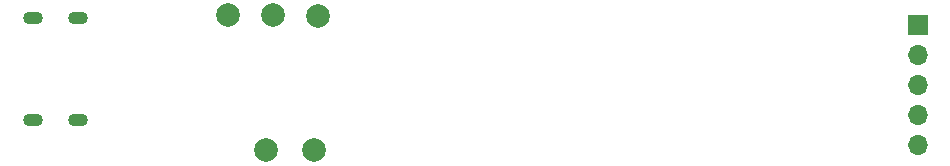
<source format=gbr>
%TF.GenerationSoftware,KiCad,Pcbnew,8.0.5*%
%TF.CreationDate,2024-10-04T19:06:34+02:00*%
%TF.ProjectId,BMU,424d552e-6b69-4636-9164-5f7063625858,rev?*%
%TF.SameCoordinates,Original*%
%TF.FileFunction,Soldermask,Bot*%
%TF.FilePolarity,Negative*%
%FSLAX46Y46*%
G04 Gerber Fmt 4.6, Leading zero omitted, Abs format (unit mm)*
G04 Created by KiCad (PCBNEW 8.0.5) date 2024-10-04 19:06:34*
%MOMM*%
%LPD*%
G01*
G04 APERTURE LIST*
%ADD10C,2.000000*%
%ADD11O,1.700000X1.100000*%
%ADD12R,1.700000X1.700000*%
%ADD13O,1.700000X1.700000*%
G04 APERTURE END LIST*
D10*
%TO.C,hsup1*%
X83274188Y-65202788D03*
%TD*%
%TO.C,gate1*%
X87324188Y-65202788D03*
%TD*%
D11*
%TO.C,J1*%
X67300000Y-53975000D03*
X63500000Y-53975000D03*
X67300000Y-62615000D03*
X63500000Y-62615000D03*
%TD*%
D12*
%TO.C,J2*%
X138430000Y-54610000D03*
D13*
X138430000Y-57150000D03*
X138430000Y-59690000D03*
X138430000Y-62230000D03*
X138430000Y-64770000D03*
%TD*%
D10*
%TO.C,n2g1*%
X83820000Y-53763338D03*
%TD*%
%TO.C,n2s1*%
X80010000Y-53763338D03*
%TD*%
%TO.C,n1g1*%
X87630000Y-53869172D03*
%TD*%
M02*

</source>
